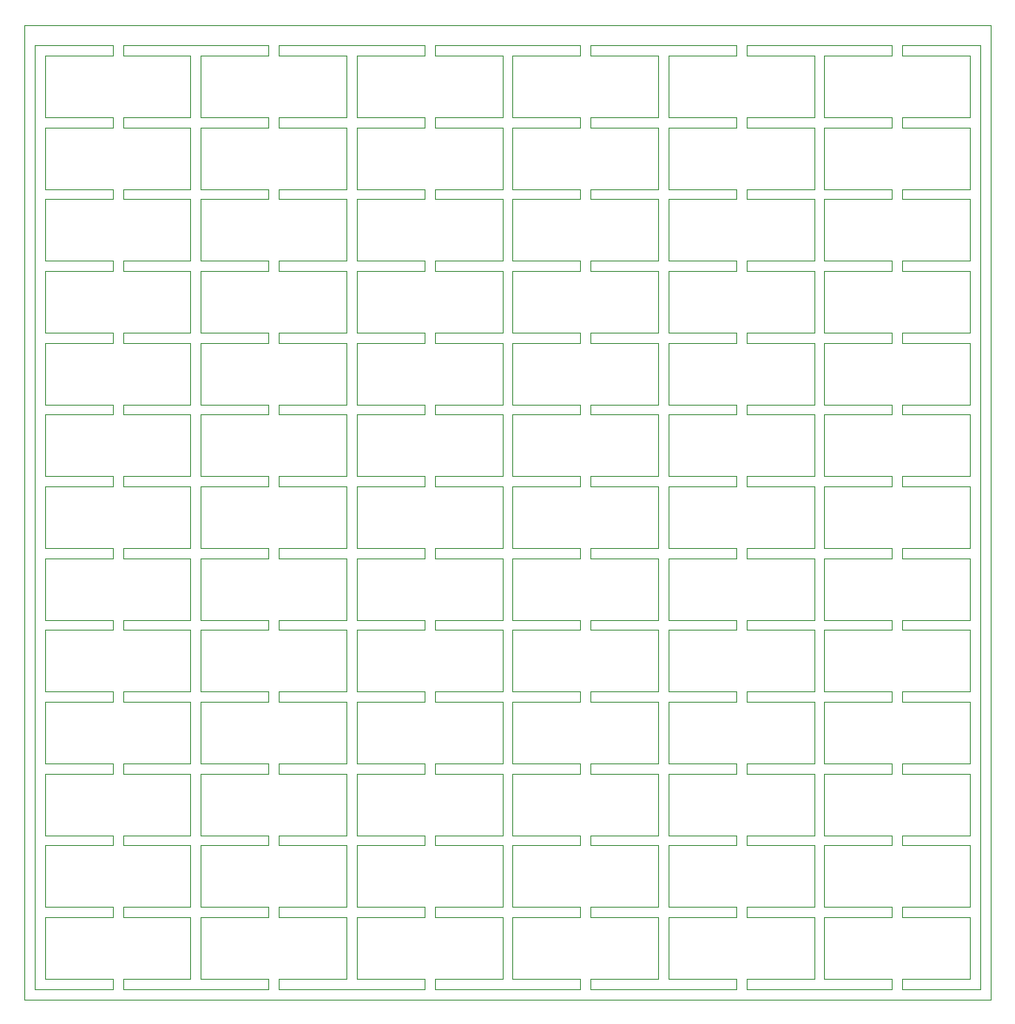
<source format=gbr>
%TF.GenerationSoftware,KiCad,Pcbnew,7.0.7*%
%TF.CreationDate,2023-11-20T22:24:31+01:00*%
%TF.ProjectId,hc245t-bypass-panel,68633234-3574-42d6-9279-706173732d70,rev?*%
%TF.SameCoordinates,Original*%
%TF.FileFunction,Profile,NP*%
%FSLAX46Y46*%
G04 Gerber Fmt 4.6, Leading zero omitted, Abs format (unit mm)*
G04 Created by KiCad (PCBNEW 7.0.7) date 2023-11-20 22:24:31*
%MOMM*%
%LPD*%
G01*
G04 APERTURE LIST*
%TA.AperFunction,Profile*%
%ADD10C,0.050000*%
%TD*%
G04 APERTURE END LIST*
D10*
X26000000Y-27000000D02*
X32600000Y-27000000D01*
X32600000Y-27000000D02*
X32600000Y-33000000D01*
X32600000Y-33000000D02*
X26000000Y-33000000D01*
X18400000Y-33000000D02*
X18400000Y-27000000D01*
X25000000Y-33000000D02*
X18400000Y-33000000D01*
X18400000Y-27000000D02*
X25000000Y-27000000D01*
X18400000Y-26000000D02*
X18400000Y-20000000D01*
X18400000Y-20000000D02*
X25000000Y-20000000D01*
X25000000Y-26000000D02*
X18400000Y-26000000D01*
X25000000Y-26000000D02*
X25000000Y-27000000D01*
X26000000Y-26000000D02*
X26000000Y-27000000D01*
X32600000Y-26000000D02*
X26000000Y-26000000D01*
X86800000Y-55000000D02*
X93400000Y-55000000D01*
X70600000Y-54000000D02*
X70600000Y-55000000D01*
X33600000Y-48000000D02*
X40200000Y-48000000D01*
X86800000Y-89000000D02*
X86800000Y-90000000D01*
X101000000Y-19000000D02*
X101000000Y-20000000D01*
X102000000Y-69000000D02*
X108600000Y-69000000D01*
X101000000Y-33000000D02*
X101000000Y-34000000D01*
X47800000Y-54000000D02*
X41200000Y-54000000D01*
X56400000Y-75000000D02*
X56400000Y-76000000D01*
X86800000Y-48000000D02*
X93400000Y-48000000D01*
X56400000Y-54000000D02*
X56400000Y-55000000D01*
X94400000Y-76000000D02*
X101000000Y-76000000D01*
X108600000Y-54000000D02*
X102000000Y-54000000D01*
X101000000Y-103000000D02*
X94400000Y-103000000D01*
X86800000Y-54000000D02*
X86800000Y-55000000D01*
X32600000Y-83000000D02*
X32600000Y-89000000D01*
X40200000Y-33000000D02*
X40200000Y-34000000D01*
X79200000Y-83000000D02*
X85800000Y-83000000D01*
X79200000Y-89000000D02*
X79200000Y-83000000D01*
X40200000Y-26000000D02*
X40200000Y-27000000D01*
X40200000Y-103000000D02*
X40200000Y-104000000D01*
X55400000Y-110000000D02*
X48800000Y-110000000D01*
X78200000Y-61000000D02*
X71600000Y-61000000D01*
X93400000Y-89000000D02*
X86800000Y-89000000D01*
X102000000Y-83000000D02*
X108600000Y-83000000D01*
X40200000Y-47000000D02*
X40200000Y-48000000D01*
X93400000Y-62000000D02*
X93400000Y-68000000D01*
X93400000Y-90000000D02*
X93400000Y-96000000D01*
X47800000Y-34000000D02*
X47800000Y-40000000D01*
X41200000Y-62000000D02*
X47800000Y-62000000D01*
X41200000Y-26000000D02*
X41200000Y-27000000D01*
X79200000Y-103000000D02*
X79200000Y-97000000D01*
X79200000Y-97000000D02*
X85800000Y-97000000D01*
X63000000Y-34000000D02*
X63000000Y-40000000D01*
X102000000Y-40000000D02*
X102000000Y-41000000D01*
X26000000Y-69000000D02*
X32600000Y-69000000D01*
X86800000Y-110000000D02*
X86800000Y-111000000D01*
X48800000Y-27000000D02*
X55400000Y-27000000D01*
X63000000Y-54000000D02*
X56400000Y-54000000D01*
X41200000Y-76000000D02*
X47800000Y-76000000D01*
X102000000Y-26000000D02*
X102000000Y-27000000D01*
X64000000Y-97000000D02*
X70600000Y-97000000D01*
X93400000Y-103000000D02*
X86800000Y-103000000D01*
X25000000Y-82000000D02*
X18400000Y-82000000D01*
X41200000Y-96000000D02*
X41200000Y-97000000D01*
X32600000Y-76000000D02*
X32600000Y-82000000D01*
X63000000Y-62000000D02*
X63000000Y-68000000D01*
X78200000Y-55000000D02*
X78200000Y-61000000D01*
X63000000Y-20000000D02*
X63000000Y-26000000D01*
X47800000Y-27000000D02*
X47800000Y-33000000D01*
X79200000Y-104000000D02*
X85800000Y-104000000D01*
X18400000Y-62000000D02*
X25000000Y-62000000D01*
X56400000Y-40000000D02*
X56400000Y-41000000D01*
X109600000Y-111000000D02*
X109600000Y-19000000D01*
X86800000Y-69000000D02*
X93400000Y-69000000D01*
X70600000Y-19000000D02*
X70600000Y-20000000D01*
X64000000Y-48000000D02*
X70600000Y-48000000D01*
X64000000Y-69000000D02*
X70600000Y-69000000D01*
X94400000Y-104000000D02*
X101000000Y-104000000D01*
X93400000Y-68000000D02*
X86800000Y-68000000D01*
X25000000Y-103000000D02*
X25000000Y-104000000D01*
X86800000Y-90000000D02*
X93400000Y-90000000D01*
X33600000Y-34000000D02*
X40200000Y-34000000D01*
X94400000Y-69000000D02*
X101000000Y-69000000D01*
X47800000Y-110000000D02*
X41200000Y-110000000D01*
X26000000Y-89000000D02*
X26000000Y-90000000D01*
X47800000Y-48000000D02*
X47800000Y-54000000D01*
X70600000Y-33000000D02*
X64000000Y-33000000D01*
X47800000Y-26000000D02*
X41200000Y-26000000D01*
X71600000Y-48000000D02*
X78200000Y-48000000D01*
X55400000Y-75000000D02*
X55400000Y-76000000D01*
X70600000Y-89000000D02*
X70600000Y-90000000D01*
X93400000Y-110000000D02*
X86800000Y-110000000D01*
X101000000Y-26000000D02*
X94400000Y-26000000D01*
X85800000Y-75000000D02*
X85800000Y-76000000D01*
X26000000Y-96000000D02*
X26000000Y-97000000D01*
X102000000Y-82000000D02*
X102000000Y-83000000D01*
X64000000Y-34000000D02*
X70600000Y-34000000D01*
X78200000Y-41000000D02*
X78200000Y-47000000D01*
X79200000Y-34000000D02*
X85800000Y-34000000D01*
X25000000Y-68000000D02*
X18400000Y-68000000D01*
X79200000Y-69000000D02*
X85800000Y-69000000D01*
X48800000Y-82000000D02*
X48800000Y-76000000D01*
X40200000Y-96000000D02*
X40200000Y-97000000D01*
X78200000Y-27000000D02*
X78200000Y-33000000D01*
X18400000Y-47000000D02*
X18400000Y-41000000D01*
X48800000Y-61000000D02*
X48800000Y-55000000D01*
X70600000Y-75000000D02*
X70600000Y-76000000D01*
X78200000Y-110000000D02*
X71600000Y-110000000D01*
X101000000Y-110000000D02*
X101000000Y-111000000D01*
X26000000Y-40000000D02*
X26000000Y-41000000D01*
X85800000Y-103000000D02*
X79200000Y-103000000D01*
X47800000Y-97000000D02*
X47800000Y-103000000D01*
X25000000Y-89000000D02*
X25000000Y-90000000D01*
X101000000Y-47000000D02*
X101000000Y-48000000D01*
X33600000Y-20000000D02*
X40200000Y-20000000D01*
X18400000Y-68000000D02*
X18400000Y-62000000D01*
X47800000Y-83000000D02*
X47800000Y-89000000D01*
X71600000Y-61000000D02*
X71600000Y-62000000D01*
X71600000Y-104000000D02*
X78200000Y-104000000D01*
X63000000Y-96000000D02*
X56400000Y-96000000D01*
X102000000Y-47000000D02*
X102000000Y-48000000D01*
X56400000Y-90000000D02*
X63000000Y-90000000D01*
X47800000Y-41000000D02*
X47800000Y-47000000D01*
X101000000Y-75000000D02*
X94400000Y-75000000D01*
X55400000Y-96000000D02*
X55400000Y-97000000D01*
X70600000Y-61000000D02*
X70600000Y-62000000D01*
X48800000Y-104000000D02*
X55400000Y-104000000D01*
X40200000Y-75000000D02*
X40200000Y-76000000D01*
X47800000Y-20000000D02*
X47800000Y-26000000D01*
X63000000Y-89000000D02*
X56400000Y-89000000D01*
X56400000Y-61000000D02*
X56400000Y-62000000D01*
X55400000Y-26000000D02*
X55400000Y-27000000D01*
X47800000Y-69000000D02*
X47800000Y-75000000D01*
X64000000Y-104000000D02*
X70600000Y-104000000D01*
X56400000Y-26000000D02*
X56400000Y-27000000D01*
X101000000Y-54000000D02*
X94400000Y-54000000D01*
X55400000Y-19000000D02*
X55400000Y-20000000D01*
X78200000Y-20000000D02*
X78200000Y-26000000D01*
X40200000Y-68000000D02*
X33600000Y-68000000D01*
X48800000Y-76000000D02*
X55400000Y-76000000D01*
X16400000Y-112000000D02*
X110600000Y-112000000D01*
X63000000Y-83000000D02*
X63000000Y-89000000D01*
X63000000Y-75000000D02*
X56400000Y-75000000D01*
X93400000Y-61000000D02*
X86800000Y-61000000D01*
X16400000Y-17000000D02*
X110600000Y-17000000D01*
X41200000Y-33000000D02*
X41200000Y-34000000D01*
X70600000Y-47000000D02*
X70600000Y-48000000D01*
X71600000Y-34000000D02*
X78200000Y-34000000D01*
X108600000Y-48000000D02*
X108600000Y-54000000D01*
X40200000Y-89000000D02*
X40200000Y-90000000D01*
X48800000Y-89000000D02*
X48800000Y-83000000D01*
X47800000Y-47000000D02*
X41200000Y-47000000D01*
X41200000Y-89000000D02*
X41200000Y-90000000D01*
X25000000Y-54000000D02*
X25000000Y-55000000D01*
X33600000Y-68000000D02*
X33600000Y-62000000D01*
X85800000Y-96000000D02*
X85800000Y-97000000D01*
X48800000Y-40000000D02*
X48800000Y-34000000D01*
X78200000Y-75000000D02*
X71600000Y-75000000D01*
X85800000Y-61000000D02*
X79200000Y-61000000D01*
X102000000Y-41000000D02*
X108600000Y-41000000D01*
X101000000Y-75000000D02*
X101000000Y-76000000D01*
X18400000Y-103000000D02*
X18400000Y-97000000D01*
X48800000Y-41000000D02*
X55400000Y-41000000D01*
X33600000Y-47000000D02*
X33600000Y-41000000D01*
X71600000Y-83000000D02*
X78200000Y-83000000D01*
X79200000Y-82000000D02*
X79200000Y-76000000D01*
X32600000Y-97000000D02*
X32600000Y-103000000D01*
X26000000Y-104000000D02*
X32600000Y-104000000D01*
X86800000Y-82000000D02*
X86800000Y-83000000D01*
X64000000Y-75000000D02*
X64000000Y-69000000D01*
X25000000Y-96000000D02*
X18400000Y-96000000D01*
X64000000Y-90000000D02*
X70600000Y-90000000D01*
X48800000Y-96000000D02*
X48800000Y-90000000D01*
X55400000Y-33000000D02*
X55400000Y-34000000D01*
X85800000Y-82000000D02*
X85800000Y-83000000D01*
X94400000Y-41000000D02*
X101000000Y-41000000D01*
X63000000Y-55000000D02*
X63000000Y-61000000D01*
X70600000Y-103000000D02*
X70600000Y-104000000D01*
X48800000Y-54000000D02*
X48800000Y-48000000D01*
X48800000Y-26000000D02*
X48800000Y-20000000D01*
X55400000Y-68000000D02*
X55400000Y-69000000D01*
X33600000Y-110000000D02*
X33600000Y-104000000D01*
X25000000Y-54000000D02*
X18400000Y-54000000D01*
X93400000Y-40000000D02*
X86800000Y-40000000D01*
X33600000Y-69000000D02*
X40200000Y-69000000D01*
X64000000Y-47000000D02*
X64000000Y-41000000D01*
X18400000Y-34000000D02*
X25000000Y-34000000D01*
X55400000Y-103000000D02*
X48800000Y-103000000D01*
X40200000Y-54000000D02*
X33600000Y-54000000D01*
X102000000Y-110000000D02*
X102000000Y-111000000D01*
X26000000Y-97000000D02*
X32600000Y-97000000D01*
X33600000Y-33000000D02*
X33600000Y-27000000D01*
X85800000Y-26000000D02*
X85800000Y-27000000D01*
X71600000Y-27000000D02*
X78200000Y-27000000D01*
X94400000Y-90000000D02*
X101000000Y-90000000D01*
X25000000Y-89000000D02*
X18400000Y-89000000D01*
X78200000Y-96000000D02*
X71600000Y-96000000D01*
X55400000Y-40000000D02*
X48800000Y-40000000D01*
X93400000Y-75000000D02*
X86800000Y-75000000D01*
X55400000Y-110000000D02*
X55400000Y-111000000D01*
X56400000Y-82000000D02*
X56400000Y-83000000D01*
X40200000Y-33000000D02*
X33600000Y-33000000D01*
X102000000Y-20000000D02*
X108600000Y-20000000D01*
X33600000Y-40000000D02*
X33600000Y-34000000D01*
X18400000Y-41000000D02*
X25000000Y-41000000D01*
X56400000Y-89000000D02*
X56400000Y-90000000D01*
X32600000Y-47000000D02*
X26000000Y-47000000D01*
X56400000Y-47000000D02*
X56400000Y-48000000D01*
X25000000Y-19000000D02*
X25000000Y-20000000D01*
X16400000Y-17000000D02*
X16400000Y-18000000D01*
X101000000Y-47000000D02*
X94400000Y-47000000D01*
X48800000Y-48000000D02*
X55400000Y-48000000D01*
X78200000Y-76000000D02*
X78200000Y-82000000D01*
X41200000Y-40000000D02*
X41200000Y-41000000D01*
X41200000Y-90000000D02*
X47800000Y-90000000D01*
X79200000Y-33000000D02*
X79200000Y-27000000D01*
X85800000Y-47000000D02*
X85800000Y-48000000D01*
X41200000Y-82000000D02*
X41200000Y-83000000D01*
X101000000Y-54000000D02*
X101000000Y-55000000D01*
X40200000Y-61000000D02*
X33600000Y-61000000D01*
X79200000Y-68000000D02*
X79200000Y-62000000D01*
X41200000Y-97000000D02*
X47800000Y-97000000D01*
X101000000Y-96000000D02*
X101000000Y-97000000D01*
X26000000Y-75000000D02*
X26000000Y-76000000D01*
X47800000Y-82000000D02*
X41200000Y-82000000D01*
X26000000Y-110000000D02*
X26000000Y-111000000D01*
X63000000Y-97000000D02*
X63000000Y-103000000D01*
X78200000Y-33000000D02*
X71600000Y-33000000D01*
X17400000Y-111000000D02*
X25000000Y-111000000D01*
X32600000Y-68000000D02*
X26000000Y-68000000D01*
X102000000Y-103000000D02*
X102000000Y-104000000D01*
X94400000Y-103000000D02*
X94400000Y-97000000D01*
X40200000Y-110000000D02*
X33600000Y-110000000D01*
X94400000Y-33000000D02*
X94400000Y-27000000D01*
X48800000Y-34000000D02*
X55400000Y-34000000D01*
X108600000Y-27000000D02*
X108600000Y-33000000D01*
X94400000Y-40000000D02*
X94400000Y-34000000D01*
X40200000Y-40000000D02*
X40200000Y-41000000D01*
X18400000Y-110000000D02*
X18400000Y-104000000D01*
X26000000Y-90000000D02*
X32600000Y-90000000D01*
X93400000Y-47000000D02*
X86800000Y-47000000D01*
X86800000Y-96000000D02*
X86800000Y-97000000D01*
X85800000Y-40000000D02*
X79200000Y-40000000D01*
X32600000Y-69000000D02*
X32600000Y-75000000D01*
X18400000Y-97000000D02*
X25000000Y-97000000D01*
X102000000Y-104000000D02*
X108600000Y-104000000D01*
X56400000Y-96000000D02*
X56400000Y-97000000D01*
X41200000Y-34000000D02*
X47800000Y-34000000D01*
X32600000Y-96000000D02*
X26000000Y-96000000D01*
X40200000Y-103000000D02*
X33600000Y-103000000D01*
X108600000Y-90000000D02*
X108600000Y-96000000D01*
X41200000Y-55000000D02*
X47800000Y-55000000D01*
X40200000Y-19000000D02*
X26000000Y-19000000D01*
X33600000Y-97000000D02*
X40200000Y-97000000D01*
X25000000Y-61000000D02*
X25000000Y-62000000D01*
X25000000Y-47000000D02*
X18400000Y-47000000D01*
X25000000Y-96000000D02*
X25000000Y-97000000D01*
X70600000Y-82000000D02*
X64000000Y-82000000D01*
X101000000Y-82000000D02*
X101000000Y-83000000D01*
X79200000Y-48000000D02*
X85800000Y-48000000D01*
X55400000Y-82000000D02*
X55400000Y-83000000D01*
X79200000Y-62000000D02*
X85800000Y-62000000D01*
X26000000Y-82000000D02*
X26000000Y-83000000D01*
X70600000Y-96000000D02*
X64000000Y-96000000D01*
X25000000Y-75000000D02*
X25000000Y-76000000D01*
X33600000Y-104000000D02*
X40200000Y-104000000D01*
X108600000Y-68000000D02*
X102000000Y-68000000D01*
X64000000Y-68000000D02*
X64000000Y-62000000D01*
X93400000Y-27000000D02*
X93400000Y-33000000D01*
X108600000Y-41000000D02*
X108600000Y-47000000D01*
X55400000Y-47000000D02*
X48800000Y-47000000D01*
X102000000Y-61000000D02*
X102000000Y-62000000D01*
X108600000Y-69000000D02*
X108600000Y-75000000D01*
X94400000Y-54000000D02*
X94400000Y-48000000D01*
X71600000Y-40000000D02*
X71600000Y-41000000D01*
X47800000Y-89000000D02*
X41200000Y-89000000D01*
X102000000Y-62000000D02*
X108600000Y-62000000D01*
X40200000Y-89000000D02*
X33600000Y-89000000D01*
X32600000Y-61000000D02*
X26000000Y-61000000D01*
X25000000Y-110000000D02*
X25000000Y-111000000D01*
X85800000Y-47000000D02*
X79200000Y-47000000D01*
X56400000Y-103000000D02*
X56400000Y-104000000D01*
X70600000Y-19000000D02*
X56400000Y-19000000D01*
X26000000Y-62000000D02*
X32600000Y-62000000D01*
X108600000Y-104000000D02*
X108600000Y-110000000D01*
X79200000Y-54000000D02*
X79200000Y-48000000D01*
X25000000Y-68000000D02*
X25000000Y-69000000D01*
X55400000Y-47000000D02*
X55400000Y-48000000D01*
X33600000Y-61000000D02*
X33600000Y-55000000D01*
X63000000Y-27000000D02*
X63000000Y-33000000D01*
X48800000Y-62000000D02*
X55400000Y-62000000D01*
X85800000Y-75000000D02*
X79200000Y-75000000D01*
X26000000Y-20000000D02*
X32600000Y-20000000D01*
X18400000Y-69000000D02*
X25000000Y-69000000D01*
X47800000Y-55000000D02*
X47800000Y-61000000D01*
X63000000Y-40000000D02*
X56400000Y-40000000D01*
X48800000Y-69000000D02*
X55400000Y-69000000D01*
X47800000Y-62000000D02*
X47800000Y-68000000D01*
X55400000Y-82000000D02*
X48800000Y-82000000D01*
X55400000Y-54000000D02*
X55400000Y-55000000D01*
X101000000Y-89000000D02*
X101000000Y-90000000D01*
X85800000Y-89000000D02*
X85800000Y-90000000D01*
X47800000Y-103000000D02*
X41200000Y-103000000D01*
X41200000Y-83000000D02*
X47800000Y-83000000D01*
X41200000Y-27000000D02*
X47800000Y-27000000D01*
X110600000Y-17000000D02*
X110600000Y-18000000D01*
X108600000Y-82000000D02*
X102000000Y-82000000D01*
X79200000Y-90000000D02*
X85800000Y-90000000D01*
X48800000Y-97000000D02*
X55400000Y-97000000D01*
X86800000Y-41000000D02*
X93400000Y-41000000D01*
X48800000Y-110000000D02*
X48800000Y-104000000D01*
X41200000Y-61000000D02*
X41200000Y-62000000D01*
X25000000Y-103000000D02*
X18400000Y-103000000D01*
X94400000Y-34000000D02*
X101000000Y-34000000D01*
X108600000Y-62000000D02*
X108600000Y-68000000D01*
X56400000Y-97000000D02*
X63000000Y-97000000D01*
X78200000Y-69000000D02*
X78200000Y-75000000D01*
X25000000Y-33000000D02*
X25000000Y-34000000D01*
X102000000Y-96000000D02*
X102000000Y-97000000D01*
X94400000Y-48000000D02*
X101000000Y-48000000D01*
X41200000Y-54000000D02*
X41200000Y-55000000D01*
X33600000Y-103000000D02*
X33600000Y-97000000D01*
X101000000Y-68000000D02*
X94400000Y-68000000D01*
X85800000Y-19000000D02*
X85800000Y-20000000D01*
X47800000Y-75000000D02*
X41200000Y-75000000D01*
X85800000Y-33000000D02*
X79200000Y-33000000D01*
X86800000Y-75000000D02*
X86800000Y-76000000D01*
X86800000Y-27000000D02*
X93400000Y-27000000D01*
X70600000Y-33000000D02*
X70600000Y-34000000D01*
X79200000Y-47000000D02*
X79200000Y-41000000D01*
X78200000Y-97000000D02*
X78200000Y-103000000D01*
X71600000Y-33000000D02*
X71600000Y-34000000D01*
X33600000Y-27000000D02*
X40200000Y-27000000D01*
X55400000Y-61000000D02*
X48800000Y-61000000D01*
X17400000Y-111000000D02*
X17400000Y-19000000D01*
X41200000Y-41000000D02*
X47800000Y-41000000D01*
X64000000Y-82000000D02*
X64000000Y-76000000D01*
X86800000Y-40000000D02*
X86800000Y-41000000D01*
X55400000Y-103000000D02*
X55400000Y-104000000D01*
X64000000Y-26000000D02*
X64000000Y-20000000D01*
X56400000Y-68000000D02*
X56400000Y-69000000D01*
X93400000Y-34000000D02*
X93400000Y-40000000D01*
X32600000Y-20000000D02*
X32600000Y-26000000D01*
X101000000Y-82000000D02*
X94400000Y-82000000D01*
X86800000Y-103000000D02*
X86800000Y-104000000D01*
X108600000Y-110000000D02*
X102000000Y-110000000D01*
X47800000Y-76000000D02*
X47800000Y-82000000D01*
X71600000Y-89000000D02*
X71600000Y-90000000D01*
X101000000Y-68000000D02*
X101000000Y-69000000D01*
X94400000Y-82000000D02*
X94400000Y-76000000D01*
X26000000Y-83000000D02*
X32600000Y-83000000D01*
X32600000Y-62000000D02*
X32600000Y-68000000D01*
X79200000Y-20000000D02*
X85800000Y-20000000D01*
X110600000Y-112000000D02*
X110600000Y-18000000D01*
X48800000Y-47000000D02*
X48800000Y-41000000D01*
X93400000Y-96000000D02*
X86800000Y-96000000D01*
X63000000Y-41000000D02*
X63000000Y-47000000D01*
X18400000Y-96000000D02*
X18400000Y-90000000D01*
X32600000Y-48000000D02*
X32600000Y-54000000D01*
X78200000Y-90000000D02*
X78200000Y-96000000D01*
X71600000Y-54000000D02*
X71600000Y-55000000D01*
X108600000Y-89000000D02*
X102000000Y-89000000D01*
X71600000Y-41000000D02*
X78200000Y-41000000D01*
X101000000Y-110000000D02*
X94400000Y-110000000D01*
X93400000Y-83000000D02*
X93400000Y-89000000D01*
X70600000Y-96000000D02*
X70600000Y-97000000D01*
X40200000Y-54000000D02*
X40200000Y-55000000D01*
X102000000Y-90000000D02*
X108600000Y-90000000D01*
X108600000Y-75000000D02*
X102000000Y-75000000D01*
X26000000Y-19000000D02*
X26000000Y-20000000D01*
X25000000Y-110000000D02*
X18400000Y-110000000D01*
X86800000Y-19000000D02*
X86800000Y-20000000D01*
X56400000Y-83000000D02*
X63000000Y-83000000D01*
X55400000Y-26000000D02*
X48800000Y-26000000D01*
X79200000Y-96000000D02*
X79200000Y-90000000D01*
X18400000Y-54000000D02*
X18400000Y-48000000D01*
X33600000Y-76000000D02*
X40200000Y-76000000D01*
X25000000Y-75000000D02*
X18400000Y-75000000D01*
X108600000Y-103000000D02*
X102000000Y-103000000D01*
X41200000Y-68000000D02*
X41200000Y-69000000D01*
X26000000Y-33000000D02*
X26000000Y-34000000D01*
X108600000Y-33000000D02*
X102000000Y-33000000D01*
X18400000Y-55000000D02*
X25000000Y-55000000D01*
X86800000Y-83000000D02*
X93400000Y-83000000D01*
X64000000Y-96000000D02*
X64000000Y-90000000D01*
X33600000Y-82000000D02*
X33600000Y-76000000D01*
X56400000Y-20000000D02*
X63000000Y-20000000D01*
X32600000Y-90000000D02*
X32600000Y-96000000D01*
X18400000Y-61000000D02*
X18400000Y-55000000D01*
X40200000Y-47000000D02*
X33600000Y-47000000D01*
X86800000Y-34000000D02*
X93400000Y-34000000D01*
X32600000Y-104000000D02*
X32600000Y-110000000D01*
X33600000Y-89000000D02*
X33600000Y-83000000D01*
X64000000Y-33000000D02*
X64000000Y-27000000D01*
X71600000Y-47000000D02*
X71600000Y-48000000D01*
X26000000Y-61000000D02*
X26000000Y-62000000D01*
X71600000Y-90000000D02*
X78200000Y-90000000D01*
X64000000Y-61000000D02*
X64000000Y-55000000D01*
X63000000Y-82000000D02*
X56400000Y-82000000D01*
X64000000Y-103000000D02*
X64000000Y-97000000D01*
X71600000Y-19000000D02*
X71600000Y-20000000D01*
X55400000Y-75000000D02*
X48800000Y-75000000D01*
X40200000Y-96000000D02*
X33600000Y-96000000D01*
X71600000Y-75000000D02*
X71600000Y-76000000D01*
X85800000Y-40000000D02*
X85800000Y-41000000D01*
X78200000Y-103000000D02*
X71600000Y-103000000D01*
X71600000Y-82000000D02*
X71600000Y-83000000D01*
X18400000Y-75000000D02*
X18400000Y-69000000D01*
X94400000Y-97000000D02*
X101000000Y-97000000D01*
X94400000Y-61000000D02*
X94400000Y-55000000D01*
X108600000Y-76000000D02*
X108600000Y-82000000D01*
X32600000Y-82000000D02*
X26000000Y-82000000D01*
X78200000Y-40000000D02*
X71600000Y-40000000D01*
X101000000Y-61000000D02*
X101000000Y-62000000D01*
X93400000Y-76000000D02*
X93400000Y-82000000D01*
X79200000Y-27000000D02*
X85800000Y-27000000D01*
X78200000Y-104000000D02*
X78200000Y-110000000D01*
X32600000Y-41000000D02*
X32600000Y-47000000D01*
X93400000Y-55000000D02*
X93400000Y-61000000D01*
X85800000Y-61000000D02*
X85800000Y-62000000D01*
X16400000Y-112000000D02*
X16400000Y-18000000D01*
X102000000Y-19000000D02*
X102000000Y-20000000D01*
X47800000Y-68000000D02*
X41200000Y-68000000D01*
X56400000Y-41000000D02*
X63000000Y-41000000D01*
X47800000Y-90000000D02*
X47800000Y-96000000D01*
X25000000Y-82000000D02*
X25000000Y-83000000D01*
X70600000Y-75000000D02*
X64000000Y-75000000D01*
X94400000Y-55000000D02*
X101000000Y-55000000D01*
X63000000Y-48000000D02*
X63000000Y-54000000D01*
X63000000Y-33000000D02*
X56400000Y-33000000D01*
X93400000Y-69000000D02*
X93400000Y-75000000D01*
X33600000Y-54000000D02*
X33600000Y-48000000D01*
X18400000Y-76000000D02*
X25000000Y-76000000D01*
X94400000Y-27000000D02*
X101000000Y-27000000D01*
X93400000Y-26000000D02*
X86800000Y-26000000D01*
X33600000Y-62000000D02*
X40200000Y-62000000D01*
X101000000Y-61000000D02*
X94400000Y-61000000D01*
X48800000Y-90000000D02*
X55400000Y-90000000D01*
X78200000Y-68000000D02*
X71600000Y-68000000D01*
X85800000Y-68000000D02*
X85800000Y-69000000D01*
X102000000Y-34000000D02*
X108600000Y-34000000D01*
X108600000Y-20000000D02*
X108600000Y-26000000D01*
X56400000Y-111000000D02*
X70600000Y-111000000D01*
X102000000Y-97000000D02*
X108600000Y-97000000D01*
X40200000Y-61000000D02*
X40200000Y-62000000D01*
X40200000Y-110000000D02*
X40200000Y-111000000D01*
X56400000Y-19000000D02*
X56400000Y-20000000D01*
X101000000Y-40000000D02*
X101000000Y-41000000D01*
X33600000Y-55000000D02*
X40200000Y-55000000D01*
X25000000Y-61000000D02*
X18400000Y-61000000D01*
X94400000Y-26000000D02*
X94400000Y-20000000D01*
X40200000Y-19000000D02*
X40200000Y-20000000D01*
X108600000Y-40000000D02*
X102000000Y-40000000D01*
X93400000Y-54000000D02*
X86800000Y-54000000D01*
X18400000Y-48000000D02*
X25000000Y-48000000D01*
X79200000Y-40000000D02*
X79200000Y-34000000D01*
X85800000Y-19000000D02*
X71600000Y-19000000D01*
X48800000Y-75000000D02*
X48800000Y-69000000D01*
X86800000Y-97000000D02*
X93400000Y-97000000D01*
X32600000Y-54000000D02*
X26000000Y-54000000D01*
X70600000Y-68000000D02*
X70600000Y-69000000D01*
X86800000Y-104000000D02*
X93400000Y-104000000D01*
X78200000Y-62000000D02*
X78200000Y-68000000D01*
X64000000Y-27000000D02*
X70600000Y-27000000D01*
X85800000Y-54000000D02*
X85800000Y-55000000D01*
X32600000Y-110000000D02*
X26000000Y-110000000D01*
X64000000Y-20000000D02*
X70600000Y-20000000D01*
X102000000Y-54000000D02*
X102000000Y-55000000D01*
X48800000Y-103000000D02*
X48800000Y-97000000D01*
X94400000Y-68000000D02*
X94400000Y-62000000D01*
X33600000Y-90000000D02*
X40200000Y-90000000D01*
X94400000Y-83000000D02*
X101000000Y-83000000D01*
X40200000Y-75000000D02*
X33600000Y-75000000D01*
X94400000Y-96000000D02*
X94400000Y-90000000D01*
X70600000Y-82000000D02*
X70600000Y-83000000D01*
X70600000Y-40000000D02*
X70600000Y-41000000D01*
X40200000Y-26000000D02*
X33600000Y-26000000D01*
X101000000Y-96000000D02*
X94400000Y-96000000D01*
X18400000Y-83000000D02*
X25000000Y-83000000D01*
X102000000Y-75000000D02*
X102000000Y-76000000D01*
X56400000Y-48000000D02*
X63000000Y-48000000D01*
X40200000Y-82000000D02*
X33600000Y-82000000D01*
X64000000Y-110000000D02*
X64000000Y-104000000D01*
X102000000Y-76000000D02*
X108600000Y-76000000D01*
X18400000Y-90000000D02*
X25000000Y-90000000D01*
X79200000Y-55000000D02*
X85800000Y-55000000D01*
X55400000Y-40000000D02*
X55400000Y-41000000D01*
X71600000Y-55000000D02*
X78200000Y-55000000D01*
X56400000Y-27000000D02*
X63000000Y-27000000D01*
X86800000Y-26000000D02*
X86800000Y-27000000D01*
X32600000Y-34000000D02*
X32600000Y-40000000D01*
X71600000Y-97000000D02*
X78200000Y-97000000D01*
X17400000Y-19000000D02*
X25000000Y-19000000D01*
X70600000Y-40000000D02*
X64000000Y-40000000D01*
X32600000Y-40000000D02*
X26000000Y-40000000D01*
X79200000Y-76000000D02*
X85800000Y-76000000D01*
X41200000Y-19000000D02*
X41200000Y-20000000D01*
X101000000Y-40000000D02*
X94400000Y-40000000D01*
X86800000Y-62000000D02*
X93400000Y-62000000D01*
X108600000Y-26000000D02*
X102000000Y-26000000D01*
X18400000Y-104000000D02*
X25000000Y-104000000D01*
X33600000Y-75000000D02*
X33600000Y-69000000D01*
X101000000Y-103000000D02*
X101000000Y-104000000D01*
X33600000Y-83000000D02*
X40200000Y-83000000D01*
X70600000Y-89000000D02*
X64000000Y-89000000D01*
X26000000Y-48000000D02*
X32600000Y-48000000D01*
X102000000Y-48000000D02*
X108600000Y-48000000D01*
X79200000Y-110000000D02*
X79200000Y-104000000D01*
X85800000Y-96000000D02*
X79200000Y-96000000D01*
X93400000Y-48000000D02*
X93400000Y-54000000D01*
X64000000Y-55000000D02*
X70600000Y-55000000D01*
X64000000Y-83000000D02*
X70600000Y-83000000D01*
X71600000Y-111000000D02*
X85800000Y-111000000D01*
X64000000Y-62000000D02*
X70600000Y-62000000D01*
X26000000Y-47000000D02*
X26000000Y-48000000D01*
X101000000Y-89000000D02*
X94400000Y-89000000D01*
X63000000Y-47000000D02*
X56400000Y-47000000D01*
X93400000Y-82000000D02*
X86800000Y-82000000D01*
X79200000Y-61000000D02*
X79200000Y-55000000D01*
X32600000Y-55000000D02*
X32600000Y-61000000D01*
X102000000Y-111000000D02*
X109600000Y-111000000D01*
X79200000Y-26000000D02*
X79200000Y-20000000D01*
X86800000Y-33000000D02*
X86800000Y-34000000D01*
X94400000Y-75000000D02*
X94400000Y-69000000D01*
X86800000Y-47000000D02*
X86800000Y-48000000D01*
X25000000Y-47000000D02*
X25000000Y-48000000D01*
X86800000Y-61000000D02*
X86800000Y-62000000D01*
X108600000Y-83000000D02*
X108600000Y-89000000D01*
X40200000Y-68000000D02*
X40200000Y-69000000D01*
X86800000Y-20000000D02*
X93400000Y-20000000D01*
X71600000Y-62000000D02*
X78200000Y-62000000D01*
X101000000Y-33000000D02*
X94400000Y-33000000D01*
X101000000Y-26000000D02*
X101000000Y-27000000D01*
X63000000Y-110000000D02*
X56400000Y-110000000D01*
X94400000Y-20000000D02*
X101000000Y-20000000D01*
X25000000Y-40000000D02*
X25000000Y-41000000D01*
X56400000Y-33000000D02*
X56400000Y-34000000D01*
X108600000Y-47000000D02*
X102000000Y-47000000D01*
X70600000Y-47000000D02*
X64000000Y-47000000D01*
X93400000Y-33000000D02*
X86800000Y-33000000D01*
X70600000Y-110000000D02*
X70600000Y-111000000D01*
X71600000Y-68000000D02*
X71600000Y-69000000D01*
X71600000Y-103000000D02*
X71600000Y-104000000D01*
X56400000Y-110000000D02*
X56400000Y-111000000D01*
X86800000Y-68000000D02*
X86800000Y-69000000D01*
X78200000Y-83000000D02*
X78200000Y-89000000D01*
X63000000Y-61000000D02*
X56400000Y-61000000D01*
X56400000Y-62000000D02*
X63000000Y-62000000D01*
X71600000Y-69000000D02*
X78200000Y-69000000D01*
X55400000Y-19000000D02*
X41200000Y-19000000D01*
X71600000Y-20000000D02*
X78200000Y-20000000D01*
X48800000Y-55000000D02*
X55400000Y-55000000D01*
X102000000Y-55000000D02*
X108600000Y-55000000D01*
X47800000Y-96000000D02*
X41200000Y-96000000D01*
X48800000Y-83000000D02*
X55400000Y-83000000D01*
X85800000Y-110000000D02*
X85800000Y-111000000D01*
X85800000Y-54000000D02*
X79200000Y-54000000D01*
X63000000Y-69000000D02*
X63000000Y-75000000D01*
X70600000Y-26000000D02*
X64000000Y-26000000D01*
X56400000Y-34000000D02*
X63000000Y-34000000D01*
X63000000Y-76000000D02*
X63000000Y-82000000D01*
X71600000Y-110000000D02*
X71600000Y-111000000D01*
X70600000Y-103000000D02*
X64000000Y-103000000D01*
X55400000Y-96000000D02*
X48800000Y-96000000D01*
X18400000Y-40000000D02*
X18400000Y-34000000D01*
X108600000Y-97000000D02*
X108600000Y-103000000D01*
X47800000Y-61000000D02*
X41200000Y-61000000D01*
X32600000Y-75000000D02*
X26000000Y-75000000D01*
X41200000Y-104000000D02*
X47800000Y-104000000D01*
X55400000Y-61000000D02*
X55400000Y-62000000D01*
X71600000Y-96000000D02*
X71600000Y-97000000D01*
X48800000Y-33000000D02*
X48800000Y-27000000D01*
X93400000Y-104000000D02*
X93400000Y-110000000D01*
X55400000Y-89000000D02*
X48800000Y-89000000D01*
X26000000Y-103000000D02*
X26000000Y-104000000D01*
X64000000Y-89000000D02*
X64000000Y-83000000D01*
X55400000Y-68000000D02*
X48800000Y-68000000D01*
X85800000Y-82000000D02*
X79200000Y-82000000D01*
X56400000Y-76000000D02*
X63000000Y-76000000D01*
X70600000Y-26000000D02*
X70600000Y-27000000D01*
X79200000Y-75000000D02*
X79200000Y-69000000D01*
X108600000Y-96000000D02*
X102000000Y-96000000D01*
X63000000Y-103000000D02*
X56400000Y-103000000D01*
X26000000Y-68000000D02*
X26000000Y-69000000D01*
X56400000Y-69000000D02*
X63000000Y-69000000D01*
X47800000Y-33000000D02*
X41200000Y-33000000D01*
X108600000Y-61000000D02*
X102000000Y-61000000D01*
X32600000Y-89000000D02*
X26000000Y-89000000D01*
X102000000Y-27000000D02*
X108600000Y-27000000D01*
X78200000Y-82000000D02*
X71600000Y-82000000D01*
X85800000Y-103000000D02*
X85800000Y-104000000D01*
X33600000Y-41000000D02*
X40200000Y-41000000D01*
X85800000Y-26000000D02*
X79200000Y-26000000D01*
X86800000Y-76000000D02*
X93400000Y-76000000D01*
X85800000Y-68000000D02*
X79200000Y-68000000D01*
X63000000Y-104000000D02*
X63000000Y-110000000D01*
X48800000Y-20000000D02*
X55400000Y-20000000D01*
X55400000Y-89000000D02*
X55400000Y-90000000D01*
X40200000Y-40000000D02*
X33600000Y-40000000D01*
X94400000Y-47000000D02*
X94400000Y-41000000D01*
X70600000Y-68000000D02*
X64000000Y-68000000D01*
X102000000Y-19000000D02*
X109600000Y-19000000D01*
X55400000Y-54000000D02*
X48800000Y-54000000D01*
X93400000Y-41000000D02*
X93400000Y-47000000D01*
X64000000Y-54000000D02*
X64000000Y-48000000D01*
X71600000Y-26000000D02*
X71600000Y-27000000D01*
X41200000Y-110000000D02*
X41200000Y-111000000D01*
X56400000Y-104000000D02*
X63000000Y-104000000D01*
X85800000Y-89000000D02*
X79200000Y-89000000D01*
X102000000Y-68000000D02*
X102000000Y-69000000D01*
X18400000Y-89000000D02*
X18400000Y-83000000D01*
X94400000Y-89000000D02*
X94400000Y-83000000D01*
X33600000Y-96000000D02*
X33600000Y-90000000D01*
X71600000Y-76000000D02*
X78200000Y-76000000D01*
X32600000Y-103000000D02*
X26000000Y-103000000D01*
X78200000Y-54000000D02*
X71600000Y-54000000D01*
X102000000Y-89000000D02*
X102000000Y-90000000D01*
X26000000Y-34000000D02*
X32600000Y-34000000D01*
X33600000Y-26000000D02*
X33600000Y-20000000D01*
X18400000Y-82000000D02*
X18400000Y-76000000D01*
X85800000Y-110000000D02*
X79200000Y-110000000D01*
X48800000Y-68000000D02*
X48800000Y-62000000D01*
X41200000Y-47000000D02*
X41200000Y-48000000D01*
X56400000Y-55000000D02*
X63000000Y-55000000D01*
X79200000Y-41000000D02*
X85800000Y-41000000D01*
X25000000Y-40000000D02*
X18400000Y-40000000D01*
X93400000Y-97000000D02*
X93400000Y-103000000D01*
X63000000Y-68000000D02*
X56400000Y-68000000D01*
X78200000Y-47000000D02*
X71600000Y-47000000D01*
X64000000Y-41000000D02*
X70600000Y-41000000D01*
X41200000Y-48000000D02*
X47800000Y-48000000D01*
X78200000Y-48000000D02*
X78200000Y-54000000D01*
X86800000Y-111000000D02*
X101000000Y-111000000D01*
X94400000Y-62000000D02*
X101000000Y-62000000D01*
X70600000Y-110000000D02*
X64000000Y-110000000D01*
X41200000Y-103000000D02*
X41200000Y-104000000D01*
X55400000Y-33000000D02*
X48800000Y-33000000D01*
X26000000Y-76000000D02*
X32600000Y-76000000D01*
X85800000Y-33000000D02*
X85800000Y-34000000D01*
X102000000Y-33000000D02*
X102000000Y-34000000D01*
X26000000Y-41000000D02*
X32600000Y-41000000D01*
X78200000Y-34000000D02*
X78200000Y-40000000D01*
X78200000Y-26000000D02*
X71600000Y-26000000D01*
X41200000Y-75000000D02*
X41200000Y-76000000D01*
X26000000Y-54000000D02*
X26000000Y-55000000D01*
X63000000Y-90000000D02*
X63000000Y-96000000D01*
X108600000Y-34000000D02*
X108600000Y-40000000D01*
X108600000Y-55000000D02*
X108600000Y-61000000D01*
X26000000Y-55000000D02*
X32600000Y-55000000D01*
X47800000Y-40000000D02*
X41200000Y-40000000D01*
X78200000Y-89000000D02*
X71600000Y-89000000D01*
X40200000Y-82000000D02*
X40200000Y-83000000D01*
X41200000Y-20000000D02*
X47800000Y-20000000D01*
X47800000Y-104000000D02*
X47800000Y-110000000D01*
X63000000Y-26000000D02*
X56400000Y-26000000D01*
X93400000Y-20000000D02*
X93400000Y-26000000D01*
X94400000Y-110000000D02*
X94400000Y-104000000D01*
X70600000Y-54000000D02*
X64000000Y-54000000D01*
X70600000Y-61000000D02*
X64000000Y-61000000D01*
X41200000Y-69000000D02*
X47800000Y-69000000D01*
X41200000Y-111000000D02*
X55400000Y-111000000D01*
X64000000Y-76000000D02*
X70600000Y-76000000D01*
X26000000Y-111000000D02*
X40200000Y-111000000D01*
X101000000Y-19000000D02*
X86800000Y-19000000D01*
X64000000Y-40000000D02*
X64000000Y-34000000D01*
M02*

</source>
